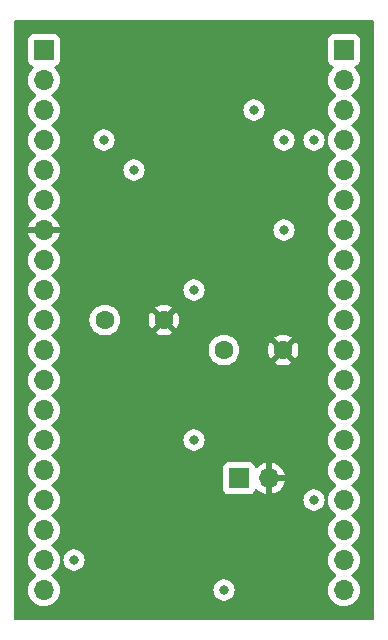
<source format=gbr>
%TF.GenerationSoftware,KiCad,Pcbnew,7.0.9-7.0.9~ubuntu22.04.1*%
%TF.CreationDate,2023-12-11T18:25:33-06:00*%
%TF.ProjectId,ultrasonic_microphone,756c7472-6173-46f6-9e69-635f6d696372,rev?*%
%TF.SameCoordinates,Original*%
%TF.FileFunction,Copper,L2,Inr*%
%TF.FilePolarity,Positive*%
%FSLAX46Y46*%
G04 Gerber Fmt 4.6, Leading zero omitted, Abs format (unit mm)*
G04 Created by KiCad (PCBNEW 7.0.9-7.0.9~ubuntu22.04.1) date 2023-12-11 18:25:33*
%MOMM*%
%LPD*%
G01*
G04 APERTURE LIST*
%TA.AperFunction,ComponentPad*%
%ADD10C,1.600000*%
%TD*%
%TA.AperFunction,ComponentPad*%
%ADD11R,1.700000X1.700000*%
%TD*%
%TA.AperFunction,ComponentPad*%
%ADD12O,1.700000X1.700000*%
%TD*%
%TA.AperFunction,ViaPad*%
%ADD13C,0.800000*%
%TD*%
G04 APERTURE END LIST*
D10*
%TO.N,GND*%
%TO.C,C13*%
X139700000Y-53340000D03*
%TO.N,Net-(U5-IN+)*%
X134700000Y-53340000D03*
%TD*%
%TO.N,GND*%
%TO.C,C14*%
X149780000Y-55880000D03*
%TO.N,Net-(U5-IN-)*%
X144780000Y-55880000D03*
%TD*%
D11*
%TO.N,unconnected-(J2-GND-Pad1)*%
%TO.C,J2*%
X129540000Y-30480000D03*
D12*
%TO.N,unconnected-(J2-P23-Pad2)*%
X129540000Y-33020000D03*
%TO.N,unconnected-(J2-P22-Pad3)*%
X129540000Y-35560000D03*
%TO.N,unconnected-(J2-TX-Pad4)*%
X129540000Y-38100000D03*
%TO.N,unconnected-(J2-RX-Pad5)*%
X129540000Y-40640000D03*
%TO.N,unconnected-(J2-P21-Pad6)*%
X129540000Y-43180000D03*
%TO.N,GND*%
X129540000Y-45720000D03*
%TO.N,SDOA*%
X129540000Y-48260000D03*
%TO.N,SCKA*%
X129540000Y-50800000D03*
%TO.N,unconnected-(J2-P5-Pad10)*%
X129540000Y-53340000D03*
%TO.N,unconnected-(J2-P17-Pad11)*%
X129540000Y-55880000D03*
%TO.N,unconnected-(J2-P16-Pad12)*%
X129540000Y-58420000D03*
%TO.N,+2V5*%
X129540000Y-60960000D03*
%TO.N,MCLK*%
X129540000Y-63500000D03*
%TO.N,unconnected-(J2-P2-Pad15)*%
X129540000Y-66040000D03*
%TO.N,unconnected-(J2-P15-Pad16)*%
X129540000Y-68580000D03*
%TO.N,unconnected-(J2-SD1-Pad17)*%
X129540000Y-71120000D03*
%TO.N,unconnected-(J2-SD0-Pad18)*%
X129540000Y-73660000D03*
%TO.N,unconnected-(J2-CLK-Pad19)*%
X129540000Y-76200000D03*
%TD*%
D11*
%TO.N,Net-(J3-Output)*%
%TO.C,J3*%
X146045000Y-66745000D03*
D12*
%TO.N,GND*%
X148585000Y-66745000D03*
%TD*%
D11*
%TO.N,+3.3V*%
%TO.C,J1*%
X154940000Y-30480000D03*
D12*
%TO.N,unconnected-(J1-EN-Pad2)*%
X154940000Y-33020000D03*
%TO.N,BUSY*%
X154940000Y-35560000D03*
%TO.N,DRL*%
X154940000Y-38100000D03*
%TO.N,SYNC*%
X154940000Y-40640000D03*
%TO.N,SEL1*%
X154940000Y-43180000D03*
%TO.N,SEL0*%
X154940000Y-45720000D03*
%TO.N,REF*%
X154940000Y-48260000D03*
%TO.N,unconnected-(J1-P25-Pad9)*%
X154940000Y-50800000D03*
%TO.N,AMP_OUT*%
X154940000Y-53340000D03*
%TO.N,VGND*%
X154940000Y-55880000D03*
%TO.N,G2*%
X154940000Y-58420000D03*
%TO.N,G1*%
X154940000Y-60960000D03*
%TO.N,unconnected-(J1-GND-Pad14)*%
X154940000Y-63500000D03*
%TO.N,G0*%
X154940000Y-66040000D03*
%TO.N,unconnected-(J1-SD2-Pad16)*%
X154940000Y-68580000D03*
%TO.N,unconnected-(J1-SD3-Pad17)*%
X154940000Y-71120000D03*
%TO.N,unconnected-(J1-CMD-Pad18)*%
X154940000Y-73660000D03*
%TO.N,+5V*%
X154940000Y-76200000D03*
%TD*%
D13*
%TO.N,+5V*%
X147320000Y-35560000D03*
X134620000Y-38100000D03*
%TO.N,+3.3V*%
X142240000Y-63500000D03*
X152400000Y-68580000D03*
%TO.N,REF*%
X132080000Y-73660000D03*
%TO.N,+2V5*%
X137160000Y-40640000D03*
%TO.N,Net-(C10-Pad1)*%
X144780000Y-76200000D03*
%TO.N,REF*%
X142240000Y-50800000D03*
%TO.N,MCLK*%
X149860000Y-45720000D03*
%TO.N,SDOA*%
X152400000Y-38100000D03*
%TO.N,SCKA*%
X149860000Y-38100000D03*
%TO.N,GND*%
X132080000Y-76200000D03*
X142240000Y-38100000D03*
X132080000Y-66040000D03*
%TD*%
%TA.AperFunction,Conductor*%
%TO.N,GND*%
G36*
X157422539Y-27960185D02*
G01*
X157468294Y-28012989D01*
X157479500Y-28064500D01*
X157479500Y-78615500D01*
X157459815Y-78682539D01*
X157407011Y-78728294D01*
X157355500Y-78739500D01*
X127124500Y-78739500D01*
X127057461Y-78719815D01*
X127011706Y-78667011D01*
X127000500Y-78615500D01*
X127000500Y-76200000D01*
X128184341Y-76200000D01*
X128204936Y-76435403D01*
X128204938Y-76435413D01*
X128266094Y-76663655D01*
X128266096Y-76663659D01*
X128266097Y-76663663D01*
X128298063Y-76732214D01*
X128365965Y-76877830D01*
X128365967Y-76877834D01*
X128440412Y-76984151D01*
X128501505Y-77071401D01*
X128668599Y-77238495D01*
X128765384Y-77306265D01*
X128862165Y-77374032D01*
X128862167Y-77374033D01*
X128862170Y-77374035D01*
X129076337Y-77473903D01*
X129304592Y-77535063D01*
X129492918Y-77551539D01*
X129539999Y-77555659D01*
X129540000Y-77555659D01*
X129540001Y-77555659D01*
X129579234Y-77552226D01*
X129775408Y-77535063D01*
X130003663Y-77473903D01*
X130217830Y-77374035D01*
X130411401Y-77238495D01*
X130578495Y-77071401D01*
X130714035Y-76877830D01*
X130813903Y-76663663D01*
X130875063Y-76435408D01*
X130895659Y-76200000D01*
X143874540Y-76200000D01*
X143894326Y-76388256D01*
X143894327Y-76388259D01*
X143952818Y-76568277D01*
X143952821Y-76568284D01*
X144047467Y-76732216D01*
X144174129Y-76872888D01*
X144327265Y-76984148D01*
X144327270Y-76984151D01*
X144500192Y-77061142D01*
X144500197Y-77061144D01*
X144685354Y-77100500D01*
X144685355Y-77100500D01*
X144874644Y-77100500D01*
X144874646Y-77100500D01*
X145059803Y-77061144D01*
X145232730Y-76984151D01*
X145385871Y-76872888D01*
X145512533Y-76732216D01*
X145607179Y-76568284D01*
X145665674Y-76388256D01*
X145685460Y-76200000D01*
X153584341Y-76200000D01*
X153604936Y-76435403D01*
X153604938Y-76435413D01*
X153666094Y-76663655D01*
X153666096Y-76663659D01*
X153666097Y-76663663D01*
X153698063Y-76732214D01*
X153765965Y-76877830D01*
X153765967Y-76877834D01*
X153840412Y-76984151D01*
X153901505Y-77071401D01*
X154068599Y-77238495D01*
X154165384Y-77306265D01*
X154262165Y-77374032D01*
X154262167Y-77374033D01*
X154262170Y-77374035D01*
X154476337Y-77473903D01*
X154704592Y-77535063D01*
X154892918Y-77551539D01*
X154939999Y-77555659D01*
X154940000Y-77555659D01*
X154940001Y-77555659D01*
X154979234Y-77552226D01*
X155175408Y-77535063D01*
X155403663Y-77473903D01*
X155617830Y-77374035D01*
X155811401Y-77238495D01*
X155978495Y-77071401D01*
X156114035Y-76877830D01*
X156213903Y-76663663D01*
X156275063Y-76435408D01*
X156295659Y-76200000D01*
X156275063Y-75964592D01*
X156213903Y-75736337D01*
X156114035Y-75522171D01*
X156039590Y-75415851D01*
X155978494Y-75328597D01*
X155811402Y-75161506D01*
X155811396Y-75161501D01*
X155625842Y-75031575D01*
X155582217Y-74976998D01*
X155575023Y-74907500D01*
X155606546Y-74845145D01*
X155625842Y-74828425D01*
X155648026Y-74812891D01*
X155811401Y-74698495D01*
X155978495Y-74531401D01*
X156114035Y-74337830D01*
X156213903Y-74123663D01*
X156275063Y-73895408D01*
X156295659Y-73660000D01*
X156275063Y-73424592D01*
X156213903Y-73196337D01*
X156114035Y-72982171D01*
X156039590Y-72875851D01*
X155978494Y-72788597D01*
X155811402Y-72621506D01*
X155811396Y-72621501D01*
X155625842Y-72491575D01*
X155582217Y-72436998D01*
X155575023Y-72367500D01*
X155606546Y-72305145D01*
X155625842Y-72288425D01*
X155648026Y-72272891D01*
X155811401Y-72158495D01*
X155978495Y-71991401D01*
X156114035Y-71797830D01*
X156213903Y-71583663D01*
X156275063Y-71355408D01*
X156295659Y-71120000D01*
X156275063Y-70884592D01*
X156213903Y-70656337D01*
X156114035Y-70442171D01*
X155978495Y-70248599D01*
X155978494Y-70248597D01*
X155811402Y-70081506D01*
X155811396Y-70081501D01*
X155625842Y-69951575D01*
X155582217Y-69896998D01*
X155575023Y-69827500D01*
X155606546Y-69765145D01*
X155625842Y-69748425D01*
X155648026Y-69732891D01*
X155811401Y-69618495D01*
X155978495Y-69451401D01*
X156114035Y-69257830D01*
X156213903Y-69043663D01*
X156275063Y-68815408D01*
X156295659Y-68580000D01*
X156275063Y-68344592D01*
X156213903Y-68116337D01*
X156114035Y-67902171D01*
X156068631Y-67837326D01*
X155978494Y-67708597D01*
X155811402Y-67541506D01*
X155811396Y-67541501D01*
X155625842Y-67411575D01*
X155582217Y-67356998D01*
X155575023Y-67287500D01*
X155606546Y-67225145D01*
X155625842Y-67208425D01*
X155680787Y-67169952D01*
X155811401Y-67078495D01*
X155978495Y-66911401D01*
X156114035Y-66717830D01*
X156213903Y-66503663D01*
X156275063Y-66275408D01*
X156295659Y-66040000D01*
X156275063Y-65804592D01*
X156213903Y-65576337D01*
X156114035Y-65362171D01*
X155978495Y-65168599D01*
X155978494Y-65168597D01*
X155811402Y-65001506D01*
X155811396Y-65001501D01*
X155625842Y-64871575D01*
X155582217Y-64816998D01*
X155575023Y-64747500D01*
X155606546Y-64685145D01*
X155625842Y-64668425D01*
X155648026Y-64652891D01*
X155811401Y-64538495D01*
X155978495Y-64371401D01*
X156114035Y-64177830D01*
X156213903Y-63963663D01*
X156275063Y-63735408D01*
X156295659Y-63500000D01*
X156275063Y-63264592D01*
X156213903Y-63036337D01*
X156114035Y-62822171D01*
X156039590Y-62715851D01*
X155978494Y-62628597D01*
X155811402Y-62461506D01*
X155811396Y-62461501D01*
X155625842Y-62331575D01*
X155582217Y-62276998D01*
X155575023Y-62207500D01*
X155606546Y-62145145D01*
X155625842Y-62128425D01*
X155648026Y-62112891D01*
X155811401Y-61998495D01*
X155978495Y-61831401D01*
X156114035Y-61637830D01*
X156213903Y-61423663D01*
X156275063Y-61195408D01*
X156295659Y-60960000D01*
X156275063Y-60724592D01*
X156213903Y-60496337D01*
X156114035Y-60282171D01*
X155978495Y-60088599D01*
X155978494Y-60088597D01*
X155811402Y-59921506D01*
X155811396Y-59921501D01*
X155625842Y-59791575D01*
X155582217Y-59736998D01*
X155575023Y-59667500D01*
X155606546Y-59605145D01*
X155625842Y-59588425D01*
X155648026Y-59572891D01*
X155811401Y-59458495D01*
X155978495Y-59291401D01*
X156114035Y-59097830D01*
X156213903Y-58883663D01*
X156275063Y-58655408D01*
X156295659Y-58420000D01*
X156275063Y-58184592D01*
X156213903Y-57956337D01*
X156114035Y-57742171D01*
X155978495Y-57548599D01*
X155978494Y-57548597D01*
X155811402Y-57381506D01*
X155811396Y-57381501D01*
X155625842Y-57251575D01*
X155582217Y-57196998D01*
X155575023Y-57127500D01*
X155606546Y-57065145D01*
X155625842Y-57048425D01*
X155680531Y-57010131D01*
X155811401Y-56918495D01*
X155978495Y-56751401D01*
X156114035Y-56557830D01*
X156213903Y-56343663D01*
X156275063Y-56115408D01*
X156295659Y-55880000D01*
X156275063Y-55644592D01*
X156213903Y-55416337D01*
X156114035Y-55202171D01*
X156080675Y-55154527D01*
X155978494Y-55008597D01*
X155811402Y-54841506D01*
X155811396Y-54841501D01*
X155625842Y-54711575D01*
X155582217Y-54656998D01*
X155575023Y-54587500D01*
X155606546Y-54525145D01*
X155625842Y-54508425D01*
X155680531Y-54470131D01*
X155811401Y-54378495D01*
X155978495Y-54211401D01*
X156114035Y-54017830D01*
X156213903Y-53803663D01*
X156275063Y-53575408D01*
X156295659Y-53340000D01*
X156275063Y-53104592D01*
X156213903Y-52876337D01*
X156114035Y-52662171D01*
X156080675Y-52614527D01*
X155978494Y-52468597D01*
X155811402Y-52301506D01*
X155811396Y-52301501D01*
X155625842Y-52171575D01*
X155582217Y-52116998D01*
X155575023Y-52047500D01*
X155606546Y-51985145D01*
X155625842Y-51968425D01*
X155648026Y-51952891D01*
X155811401Y-51838495D01*
X155978495Y-51671401D01*
X156114035Y-51477830D01*
X156213903Y-51263663D01*
X156275063Y-51035408D01*
X156295659Y-50800000D01*
X156275063Y-50564592D01*
X156213903Y-50336337D01*
X156114035Y-50122171D01*
X156039590Y-50015851D01*
X155978494Y-49928597D01*
X155811402Y-49761506D01*
X155811396Y-49761501D01*
X155625842Y-49631575D01*
X155582217Y-49576998D01*
X155575023Y-49507500D01*
X155606546Y-49445145D01*
X155625842Y-49428425D01*
X155648026Y-49412891D01*
X155811401Y-49298495D01*
X155978495Y-49131401D01*
X156114035Y-48937830D01*
X156213903Y-48723663D01*
X156275063Y-48495408D01*
X156295659Y-48260000D01*
X156275063Y-48024592D01*
X156213903Y-47796337D01*
X156114035Y-47582171D01*
X155978495Y-47388599D01*
X155978494Y-47388597D01*
X155811402Y-47221506D01*
X155811396Y-47221501D01*
X155625842Y-47091575D01*
X155582217Y-47036998D01*
X155575023Y-46967500D01*
X155606546Y-46905145D01*
X155625842Y-46888425D01*
X155648026Y-46872891D01*
X155811401Y-46758495D01*
X155978495Y-46591401D01*
X156114035Y-46397830D01*
X156213903Y-46183663D01*
X156275063Y-45955408D01*
X156295659Y-45720000D01*
X156275063Y-45484592D01*
X156213903Y-45256337D01*
X156114035Y-45042171D01*
X156039590Y-44935851D01*
X155978494Y-44848597D01*
X155811402Y-44681506D01*
X155811396Y-44681501D01*
X155625842Y-44551575D01*
X155582217Y-44496998D01*
X155575023Y-44427500D01*
X155606546Y-44365145D01*
X155625842Y-44348425D01*
X155648026Y-44332891D01*
X155811401Y-44218495D01*
X155978495Y-44051401D01*
X156114035Y-43857830D01*
X156213903Y-43643663D01*
X156275063Y-43415408D01*
X156295659Y-43180000D01*
X156275063Y-42944592D01*
X156213903Y-42716337D01*
X156114035Y-42502171D01*
X155978495Y-42308599D01*
X155978494Y-42308597D01*
X155811402Y-42141506D01*
X155811396Y-42141501D01*
X155625842Y-42011575D01*
X155582217Y-41956998D01*
X155575023Y-41887500D01*
X155606546Y-41825145D01*
X155625842Y-41808425D01*
X155648026Y-41792891D01*
X155811401Y-41678495D01*
X155978495Y-41511401D01*
X156114035Y-41317830D01*
X156213903Y-41103663D01*
X156275063Y-40875408D01*
X156295659Y-40640000D01*
X156275063Y-40404592D01*
X156213903Y-40176337D01*
X156114035Y-39962171D01*
X156039590Y-39855851D01*
X155978494Y-39768597D01*
X155811402Y-39601506D01*
X155811396Y-39601501D01*
X155625842Y-39471575D01*
X155582217Y-39416998D01*
X155575023Y-39347500D01*
X155606546Y-39285145D01*
X155625842Y-39268425D01*
X155648026Y-39252891D01*
X155811401Y-39138495D01*
X155978495Y-38971401D01*
X156114035Y-38777830D01*
X156213903Y-38563663D01*
X156275063Y-38335408D01*
X156295659Y-38100000D01*
X156275063Y-37864592D01*
X156213903Y-37636337D01*
X156114035Y-37422171D01*
X156039590Y-37315851D01*
X155978494Y-37228597D01*
X155811402Y-37061506D01*
X155811396Y-37061501D01*
X155625842Y-36931575D01*
X155582217Y-36876998D01*
X155575023Y-36807500D01*
X155606546Y-36745145D01*
X155625842Y-36728425D01*
X155648026Y-36712891D01*
X155811401Y-36598495D01*
X155978495Y-36431401D01*
X156114035Y-36237830D01*
X156213903Y-36023663D01*
X156275063Y-35795408D01*
X156295659Y-35560000D01*
X156275063Y-35324592D01*
X156213903Y-35096337D01*
X156114035Y-34882171D01*
X156039590Y-34775851D01*
X155978494Y-34688597D01*
X155811402Y-34521506D01*
X155811396Y-34521501D01*
X155625842Y-34391575D01*
X155582217Y-34336998D01*
X155575023Y-34267500D01*
X155606546Y-34205145D01*
X155625842Y-34188425D01*
X155648026Y-34172891D01*
X155811401Y-34058495D01*
X155978495Y-33891401D01*
X156114035Y-33697830D01*
X156213903Y-33483663D01*
X156275063Y-33255408D01*
X156295659Y-33020000D01*
X156275063Y-32784592D01*
X156213903Y-32556337D01*
X156114035Y-32342171D01*
X155978495Y-32148599D01*
X155856567Y-32026671D01*
X155823084Y-31965351D01*
X155828068Y-31895659D01*
X155869939Y-31839725D01*
X155900915Y-31822810D01*
X156032331Y-31773796D01*
X156147546Y-31687546D01*
X156233796Y-31572331D01*
X156284091Y-31437483D01*
X156290500Y-31377873D01*
X156290499Y-29582128D01*
X156284091Y-29522517D01*
X156233796Y-29387669D01*
X156233795Y-29387668D01*
X156233793Y-29387664D01*
X156147547Y-29272455D01*
X156147544Y-29272452D01*
X156032335Y-29186206D01*
X156032328Y-29186202D01*
X155897482Y-29135908D01*
X155897483Y-29135908D01*
X155837883Y-29129501D01*
X155837881Y-29129500D01*
X155837873Y-29129500D01*
X155837864Y-29129500D01*
X154042129Y-29129500D01*
X154042123Y-29129501D01*
X153982516Y-29135908D01*
X153847671Y-29186202D01*
X153847664Y-29186206D01*
X153732455Y-29272452D01*
X153732452Y-29272455D01*
X153646206Y-29387664D01*
X153646202Y-29387671D01*
X153595908Y-29522517D01*
X153589501Y-29582116D01*
X153589501Y-29582123D01*
X153589500Y-29582135D01*
X153589500Y-31377870D01*
X153589501Y-31377876D01*
X153595908Y-31437483D01*
X153646202Y-31572328D01*
X153646206Y-31572335D01*
X153732452Y-31687544D01*
X153732455Y-31687547D01*
X153847664Y-31773793D01*
X153847671Y-31773797D01*
X153979081Y-31822810D01*
X154035015Y-31864681D01*
X154059432Y-31930145D01*
X154044580Y-31998418D01*
X154023430Y-32026673D01*
X153901503Y-32148600D01*
X153765965Y-32342169D01*
X153765964Y-32342171D01*
X153666098Y-32556335D01*
X153666094Y-32556344D01*
X153604938Y-32784586D01*
X153604936Y-32784596D01*
X153584341Y-33019999D01*
X153584341Y-33020000D01*
X153604936Y-33255403D01*
X153604938Y-33255413D01*
X153666094Y-33483655D01*
X153666096Y-33483659D01*
X153666097Y-33483663D01*
X153765965Y-33697830D01*
X153765967Y-33697834D01*
X153901501Y-33891395D01*
X153901506Y-33891402D01*
X154068597Y-34058493D01*
X154068603Y-34058498D01*
X154254158Y-34188425D01*
X154297783Y-34243002D01*
X154304977Y-34312500D01*
X154273454Y-34374855D01*
X154254158Y-34391575D01*
X154068597Y-34521505D01*
X153901505Y-34688597D01*
X153765965Y-34882169D01*
X153765964Y-34882171D01*
X153666098Y-35096335D01*
X153666094Y-35096344D01*
X153604938Y-35324586D01*
X153604936Y-35324596D01*
X153584341Y-35559999D01*
X153584341Y-35560000D01*
X153604936Y-35795403D01*
X153604938Y-35795413D01*
X153666094Y-36023655D01*
X153666096Y-36023659D01*
X153666097Y-36023663D01*
X153698063Y-36092214D01*
X153765965Y-36237830D01*
X153765967Y-36237834D01*
X153901501Y-36431395D01*
X153901506Y-36431402D01*
X154068597Y-36598493D01*
X154068603Y-36598498D01*
X154254158Y-36728425D01*
X154297783Y-36783002D01*
X154304977Y-36852500D01*
X154273454Y-36914855D01*
X154254158Y-36931575D01*
X154068597Y-37061505D01*
X153901505Y-37228597D01*
X153765965Y-37422169D01*
X153765964Y-37422171D01*
X153666098Y-37636335D01*
X153666094Y-37636344D01*
X153604938Y-37864586D01*
X153604936Y-37864596D01*
X153584341Y-38099999D01*
X153584341Y-38100000D01*
X153604936Y-38335403D01*
X153604938Y-38335413D01*
X153666094Y-38563655D01*
X153666096Y-38563659D01*
X153666097Y-38563663D01*
X153698063Y-38632214D01*
X153765965Y-38777830D01*
X153765967Y-38777834D01*
X153901501Y-38971395D01*
X153901506Y-38971402D01*
X154068597Y-39138493D01*
X154068603Y-39138498D01*
X154254158Y-39268425D01*
X154297783Y-39323002D01*
X154304977Y-39392500D01*
X154273454Y-39454855D01*
X154254158Y-39471575D01*
X154068597Y-39601505D01*
X153901505Y-39768597D01*
X153765965Y-39962169D01*
X153765964Y-39962171D01*
X153666098Y-40176335D01*
X153666094Y-40176344D01*
X153604938Y-40404586D01*
X153604936Y-40404596D01*
X153584341Y-40639999D01*
X153584341Y-40640000D01*
X153604936Y-40875403D01*
X153604938Y-40875413D01*
X153666094Y-41103655D01*
X153666096Y-41103659D01*
X153666097Y-41103663D01*
X153698063Y-41172214D01*
X153765965Y-41317830D01*
X153765967Y-41317834D01*
X153901501Y-41511395D01*
X153901506Y-41511402D01*
X154068597Y-41678493D01*
X154068603Y-41678498D01*
X154254158Y-41808425D01*
X154297783Y-41863002D01*
X154304977Y-41932500D01*
X154273454Y-41994855D01*
X154254158Y-42011575D01*
X154068597Y-42141505D01*
X153901505Y-42308597D01*
X153765965Y-42502169D01*
X153765964Y-42502171D01*
X153666098Y-42716335D01*
X153666094Y-42716344D01*
X153604938Y-42944586D01*
X153604936Y-42944596D01*
X153584341Y-43179999D01*
X153584341Y-43180000D01*
X153604936Y-43415403D01*
X153604938Y-43415413D01*
X153666094Y-43643655D01*
X153666096Y-43643659D01*
X153666097Y-43643663D01*
X153765965Y-43857830D01*
X153765967Y-43857834D01*
X153901501Y-44051395D01*
X153901506Y-44051402D01*
X154068597Y-44218493D01*
X154068603Y-44218498D01*
X154254158Y-44348425D01*
X154297783Y-44403002D01*
X154304977Y-44472500D01*
X154273454Y-44534855D01*
X154254158Y-44551575D01*
X154068597Y-44681505D01*
X153901505Y-44848597D01*
X153765965Y-45042169D01*
X153765964Y-45042171D01*
X153666098Y-45256335D01*
X153666094Y-45256344D01*
X153604938Y-45484586D01*
X153604936Y-45484596D01*
X153584341Y-45719999D01*
X153584341Y-45720000D01*
X153604936Y-45955403D01*
X153604938Y-45955413D01*
X153666094Y-46183655D01*
X153666096Y-46183659D01*
X153666097Y-46183663D01*
X153698063Y-46252214D01*
X153765965Y-46397830D01*
X153765967Y-46397834D01*
X153901501Y-46591395D01*
X153901506Y-46591402D01*
X154068597Y-46758493D01*
X154068603Y-46758498D01*
X154254158Y-46888425D01*
X154297783Y-46943002D01*
X154304977Y-47012500D01*
X154273454Y-47074855D01*
X154254158Y-47091575D01*
X154068597Y-47221505D01*
X153901505Y-47388597D01*
X153765965Y-47582169D01*
X153765964Y-47582171D01*
X153666098Y-47796335D01*
X153666094Y-47796344D01*
X153604938Y-48024586D01*
X153604936Y-48024596D01*
X153584341Y-48259999D01*
X153584341Y-48260000D01*
X153604936Y-48495403D01*
X153604938Y-48495413D01*
X153666094Y-48723655D01*
X153666096Y-48723659D01*
X153666097Y-48723663D01*
X153765965Y-48937830D01*
X153765967Y-48937834D01*
X153901501Y-49131395D01*
X153901506Y-49131402D01*
X154068597Y-49298493D01*
X154068603Y-49298498D01*
X154254158Y-49428425D01*
X154297783Y-49483002D01*
X154304977Y-49552500D01*
X154273454Y-49614855D01*
X154254158Y-49631575D01*
X154068597Y-49761505D01*
X153901505Y-49928597D01*
X153765965Y-50122169D01*
X153765964Y-50122171D01*
X153666098Y-50336335D01*
X153666094Y-50336344D01*
X153604938Y-50564586D01*
X153604936Y-50564596D01*
X153584341Y-50799999D01*
X153584341Y-50800000D01*
X153604936Y-51035403D01*
X153604938Y-51035413D01*
X153666094Y-51263655D01*
X153666096Y-51263659D01*
X153666097Y-51263663D01*
X153698063Y-51332214D01*
X153765965Y-51477830D01*
X153765967Y-51477834D01*
X153901501Y-51671395D01*
X153901506Y-51671402D01*
X154068597Y-51838493D01*
X154068603Y-51838498D01*
X154254158Y-51968425D01*
X154297783Y-52023002D01*
X154304977Y-52092500D01*
X154273454Y-52154855D01*
X154254158Y-52171575D01*
X154068597Y-52301505D01*
X153901505Y-52468597D01*
X153765965Y-52662169D01*
X153765964Y-52662171D01*
X153666098Y-52876335D01*
X153666094Y-52876344D01*
X153604938Y-53104586D01*
X153604936Y-53104596D01*
X153584341Y-53339999D01*
X153584341Y-53340000D01*
X153604936Y-53575403D01*
X153604938Y-53575413D01*
X153666094Y-53803655D01*
X153666096Y-53803659D01*
X153666097Y-53803663D01*
X153754262Y-53992732D01*
X153765965Y-54017830D01*
X153765967Y-54017834D01*
X153901501Y-54211395D01*
X153901506Y-54211402D01*
X154068597Y-54378493D01*
X154068603Y-54378498D01*
X154254158Y-54508425D01*
X154297783Y-54563002D01*
X154304977Y-54632500D01*
X154273454Y-54694855D01*
X154254158Y-54711575D01*
X154068597Y-54841505D01*
X153901505Y-55008597D01*
X153765965Y-55202169D01*
X153765964Y-55202171D01*
X153666098Y-55416335D01*
X153666094Y-55416344D01*
X153604938Y-55644586D01*
X153604936Y-55644596D01*
X153584341Y-55879999D01*
X153584341Y-55880000D01*
X153604936Y-56115403D01*
X153604938Y-56115413D01*
X153666094Y-56343655D01*
X153666096Y-56343659D01*
X153666097Y-56343663D01*
X153754262Y-56532732D01*
X153765965Y-56557830D01*
X153765967Y-56557834D01*
X153901501Y-56751395D01*
X153901506Y-56751402D01*
X154068597Y-56918493D01*
X154068603Y-56918498D01*
X154254158Y-57048425D01*
X154297783Y-57103002D01*
X154304977Y-57172500D01*
X154273454Y-57234855D01*
X154254158Y-57251575D01*
X154068597Y-57381505D01*
X153901505Y-57548597D01*
X153765965Y-57742169D01*
X153765964Y-57742171D01*
X153666098Y-57956335D01*
X153666094Y-57956344D01*
X153604938Y-58184586D01*
X153604936Y-58184596D01*
X153584341Y-58419999D01*
X153584341Y-58420000D01*
X153604936Y-58655403D01*
X153604938Y-58655413D01*
X153666094Y-58883655D01*
X153666096Y-58883659D01*
X153666097Y-58883663D01*
X153765965Y-59097830D01*
X153765967Y-59097834D01*
X153901501Y-59291395D01*
X153901506Y-59291402D01*
X154068597Y-59458493D01*
X154068603Y-59458498D01*
X154254158Y-59588425D01*
X154297783Y-59643002D01*
X154304977Y-59712500D01*
X154273454Y-59774855D01*
X154254158Y-59791575D01*
X154068597Y-59921505D01*
X153901505Y-60088597D01*
X153765965Y-60282169D01*
X153765964Y-60282171D01*
X153666098Y-60496335D01*
X153666094Y-60496344D01*
X153604938Y-60724586D01*
X153604936Y-60724596D01*
X153584341Y-60959999D01*
X153584341Y-60960000D01*
X153604936Y-61195403D01*
X153604938Y-61195413D01*
X153666094Y-61423655D01*
X153666096Y-61423659D01*
X153666097Y-61423663D01*
X153765965Y-61637830D01*
X153765967Y-61637834D01*
X153901501Y-61831395D01*
X153901506Y-61831402D01*
X154068597Y-61998493D01*
X154068603Y-61998498D01*
X154254158Y-62128425D01*
X154297783Y-62183002D01*
X154304977Y-62252500D01*
X154273454Y-62314855D01*
X154254158Y-62331575D01*
X154068597Y-62461505D01*
X153901505Y-62628597D01*
X153765965Y-62822169D01*
X153765964Y-62822171D01*
X153666098Y-63036335D01*
X153666094Y-63036344D01*
X153604938Y-63264586D01*
X153604936Y-63264596D01*
X153584341Y-63499999D01*
X153584341Y-63500000D01*
X153604936Y-63735403D01*
X153604938Y-63735413D01*
X153666094Y-63963655D01*
X153666096Y-63963659D01*
X153666097Y-63963663D01*
X153698063Y-64032214D01*
X153765965Y-64177830D01*
X153765967Y-64177834D01*
X153901501Y-64371395D01*
X153901506Y-64371402D01*
X154068597Y-64538493D01*
X154068603Y-64538498D01*
X154254158Y-64668425D01*
X154297783Y-64723002D01*
X154304977Y-64792500D01*
X154273454Y-64854855D01*
X154254158Y-64871575D01*
X154068597Y-65001505D01*
X153901505Y-65168597D01*
X153765965Y-65362169D01*
X153765964Y-65362171D01*
X153666098Y-65576335D01*
X153666094Y-65576344D01*
X153604938Y-65804586D01*
X153604936Y-65804596D01*
X153584341Y-66039999D01*
X153584341Y-66040000D01*
X153604936Y-66275403D01*
X153604938Y-66275413D01*
X153666094Y-66503655D01*
X153666096Y-66503659D01*
X153666097Y-66503663D01*
X153745112Y-66673111D01*
X153765965Y-66717830D01*
X153765967Y-66717834D01*
X153901501Y-66911395D01*
X153901506Y-66911402D01*
X154068597Y-67078493D01*
X154068603Y-67078498D01*
X154254158Y-67208425D01*
X154297783Y-67263002D01*
X154304977Y-67332500D01*
X154273454Y-67394855D01*
X154254158Y-67411575D01*
X154068597Y-67541505D01*
X153901505Y-67708597D01*
X153765965Y-67902169D01*
X153765964Y-67902171D01*
X153666098Y-68116335D01*
X153666094Y-68116344D01*
X153604938Y-68344586D01*
X153604936Y-68344596D01*
X153584341Y-68579999D01*
X153584341Y-68580000D01*
X153604936Y-68815403D01*
X153604938Y-68815413D01*
X153666094Y-69043655D01*
X153666096Y-69043659D01*
X153666097Y-69043663D01*
X153698063Y-69112214D01*
X153765965Y-69257830D01*
X153765967Y-69257834D01*
X153901501Y-69451395D01*
X153901506Y-69451402D01*
X154068597Y-69618493D01*
X154068603Y-69618498D01*
X154254158Y-69748425D01*
X154297783Y-69803002D01*
X154304977Y-69872500D01*
X154273454Y-69934855D01*
X154254158Y-69951575D01*
X154068597Y-70081505D01*
X153901505Y-70248597D01*
X153765965Y-70442169D01*
X153765964Y-70442171D01*
X153666098Y-70656335D01*
X153666094Y-70656344D01*
X153604938Y-70884586D01*
X153604936Y-70884596D01*
X153584341Y-71119999D01*
X153584341Y-71120000D01*
X153604936Y-71355403D01*
X153604938Y-71355413D01*
X153666094Y-71583655D01*
X153666096Y-71583659D01*
X153666097Y-71583663D01*
X153765965Y-71797830D01*
X153765967Y-71797834D01*
X153901501Y-71991395D01*
X153901506Y-71991402D01*
X154068597Y-72158493D01*
X154068603Y-72158498D01*
X154254158Y-72288425D01*
X154297783Y-72343002D01*
X154304977Y-72412500D01*
X154273454Y-72474855D01*
X154254158Y-72491575D01*
X154068597Y-72621505D01*
X153901505Y-72788597D01*
X153765965Y-72982169D01*
X153765964Y-72982171D01*
X153666098Y-73196335D01*
X153666094Y-73196344D01*
X153604938Y-73424586D01*
X153604936Y-73424596D01*
X153584341Y-73659999D01*
X153584341Y-73660000D01*
X153604936Y-73895403D01*
X153604938Y-73895413D01*
X153666094Y-74123655D01*
X153666096Y-74123659D01*
X153666097Y-74123663D01*
X153698063Y-74192214D01*
X153765965Y-74337830D01*
X153765967Y-74337834D01*
X153901501Y-74531395D01*
X153901506Y-74531402D01*
X154068597Y-74698493D01*
X154068603Y-74698498D01*
X154254158Y-74828425D01*
X154297783Y-74883002D01*
X154304977Y-74952500D01*
X154273454Y-75014855D01*
X154254158Y-75031575D01*
X154068597Y-75161505D01*
X153901505Y-75328597D01*
X153765965Y-75522169D01*
X153765964Y-75522171D01*
X153666098Y-75736335D01*
X153666094Y-75736344D01*
X153604938Y-75964586D01*
X153604936Y-75964596D01*
X153584341Y-76199999D01*
X153584341Y-76200000D01*
X145685460Y-76200000D01*
X145665674Y-76011744D01*
X145607179Y-75831716D01*
X145512533Y-75667784D01*
X145385871Y-75527112D01*
X145385870Y-75527111D01*
X145232734Y-75415851D01*
X145232729Y-75415848D01*
X145059807Y-75338857D01*
X145059802Y-75338855D01*
X144914001Y-75307865D01*
X144874646Y-75299500D01*
X144685354Y-75299500D01*
X144652897Y-75306398D01*
X144500197Y-75338855D01*
X144500192Y-75338857D01*
X144327270Y-75415848D01*
X144327265Y-75415851D01*
X144174129Y-75527111D01*
X144047466Y-75667785D01*
X143952821Y-75831715D01*
X143952818Y-75831722D01*
X143909645Y-75964596D01*
X143894326Y-76011744D01*
X143874540Y-76200000D01*
X130895659Y-76200000D01*
X130875063Y-75964592D01*
X130813903Y-75736337D01*
X130714035Y-75522171D01*
X130639590Y-75415851D01*
X130578494Y-75328597D01*
X130411402Y-75161506D01*
X130411396Y-75161501D01*
X130225842Y-75031575D01*
X130182217Y-74976998D01*
X130175023Y-74907500D01*
X130206546Y-74845145D01*
X130225842Y-74828425D01*
X130248026Y-74812891D01*
X130411401Y-74698495D01*
X130578495Y-74531401D01*
X130714035Y-74337830D01*
X130813903Y-74123663D01*
X130875063Y-73895408D01*
X130895659Y-73660000D01*
X131174540Y-73660000D01*
X131194326Y-73848256D01*
X131194327Y-73848259D01*
X131252818Y-74028277D01*
X131252821Y-74028284D01*
X131347467Y-74192216D01*
X131474129Y-74332888D01*
X131627265Y-74444148D01*
X131627270Y-74444151D01*
X131800192Y-74521142D01*
X131800197Y-74521144D01*
X131985354Y-74560500D01*
X131985355Y-74560500D01*
X132174644Y-74560500D01*
X132174646Y-74560500D01*
X132359803Y-74521144D01*
X132532730Y-74444151D01*
X132685871Y-74332888D01*
X132812533Y-74192216D01*
X132907179Y-74028284D01*
X132965674Y-73848256D01*
X132985460Y-73660000D01*
X132965674Y-73471744D01*
X132907179Y-73291716D01*
X132812533Y-73127784D01*
X132685871Y-72987112D01*
X132685870Y-72987111D01*
X132532734Y-72875851D01*
X132532729Y-72875848D01*
X132359807Y-72798857D01*
X132359802Y-72798855D01*
X132214001Y-72767865D01*
X132174646Y-72759500D01*
X131985354Y-72759500D01*
X131952897Y-72766398D01*
X131800197Y-72798855D01*
X131800192Y-72798857D01*
X131627270Y-72875848D01*
X131627265Y-72875851D01*
X131474129Y-72987111D01*
X131347466Y-73127785D01*
X131252821Y-73291715D01*
X131252818Y-73291722D01*
X131209645Y-73424596D01*
X131194326Y-73471744D01*
X131174540Y-73660000D01*
X130895659Y-73660000D01*
X130875063Y-73424592D01*
X130813903Y-73196337D01*
X130714035Y-72982171D01*
X130639590Y-72875851D01*
X130578494Y-72788597D01*
X130411402Y-72621506D01*
X130411396Y-72621501D01*
X130225842Y-72491575D01*
X130182217Y-72436998D01*
X130175023Y-72367500D01*
X130206546Y-72305145D01*
X130225842Y-72288425D01*
X130248026Y-72272891D01*
X130411401Y-72158495D01*
X130578495Y-71991401D01*
X130714035Y-71797830D01*
X130813903Y-71583663D01*
X130875063Y-71355408D01*
X130895659Y-71120000D01*
X130875063Y-70884592D01*
X130813903Y-70656337D01*
X130714035Y-70442171D01*
X130578495Y-70248599D01*
X130578494Y-70248597D01*
X130411402Y-70081506D01*
X130411396Y-70081501D01*
X130225842Y-69951575D01*
X130182217Y-69896998D01*
X130175023Y-69827500D01*
X130206546Y-69765145D01*
X130225842Y-69748425D01*
X130248026Y-69732891D01*
X130411401Y-69618495D01*
X130578495Y-69451401D01*
X130714035Y-69257830D01*
X130813903Y-69043663D01*
X130875063Y-68815408D01*
X130895659Y-68580000D01*
X151494540Y-68580000D01*
X151514326Y-68768256D01*
X151514327Y-68768259D01*
X151572818Y-68948277D01*
X151572821Y-68948284D01*
X151667467Y-69112216D01*
X151794129Y-69252888D01*
X151947265Y-69364148D01*
X151947270Y-69364151D01*
X152120192Y-69441142D01*
X152120197Y-69441144D01*
X152305354Y-69480500D01*
X152305355Y-69480500D01*
X152494644Y-69480500D01*
X152494646Y-69480500D01*
X152679803Y-69441144D01*
X152852730Y-69364151D01*
X153005871Y-69252888D01*
X153132533Y-69112216D01*
X153227179Y-68948284D01*
X153285674Y-68768256D01*
X153305460Y-68580000D01*
X153285674Y-68391744D01*
X153227179Y-68211716D01*
X153132533Y-68047784D01*
X153005871Y-67907112D01*
X153005870Y-67907111D01*
X152852734Y-67795851D01*
X152852729Y-67795848D01*
X152679807Y-67718857D01*
X152679802Y-67718855D01*
X152534001Y-67687865D01*
X152494646Y-67679500D01*
X152305354Y-67679500D01*
X152272897Y-67686398D01*
X152120197Y-67718855D01*
X152120192Y-67718857D01*
X151947270Y-67795848D01*
X151947265Y-67795851D01*
X151794129Y-67907111D01*
X151667466Y-68047785D01*
X151572821Y-68211715D01*
X151572818Y-68211722D01*
X151529645Y-68344596D01*
X151514326Y-68391744D01*
X151494540Y-68580000D01*
X130895659Y-68580000D01*
X130875063Y-68344592D01*
X130813903Y-68116337D01*
X130714035Y-67902171D01*
X130668631Y-67837326D01*
X130578494Y-67708597D01*
X130512767Y-67642870D01*
X144694500Y-67642870D01*
X144694501Y-67642876D01*
X144700908Y-67702483D01*
X144751202Y-67837328D01*
X144751206Y-67837335D01*
X144837452Y-67952544D01*
X144837455Y-67952547D01*
X144952664Y-68038793D01*
X144952671Y-68038797D01*
X145087517Y-68089091D01*
X145087516Y-68089091D01*
X145094444Y-68089835D01*
X145147127Y-68095500D01*
X146942872Y-68095499D01*
X147002483Y-68089091D01*
X147137331Y-68038796D01*
X147252546Y-67952546D01*
X147338796Y-67837331D01*
X147388002Y-67705401D01*
X147429872Y-67649468D01*
X147495337Y-67625050D01*
X147563610Y-67639901D01*
X147591865Y-67661053D01*
X147713917Y-67783105D01*
X147907421Y-67918600D01*
X148121507Y-68018429D01*
X148121516Y-68018433D01*
X148335000Y-68075634D01*
X148335000Y-67180501D01*
X148442685Y-67229680D01*
X148549237Y-67245000D01*
X148620763Y-67245000D01*
X148727315Y-67229680D01*
X148835000Y-67180501D01*
X148835000Y-68075633D01*
X149048483Y-68018433D01*
X149048492Y-68018429D01*
X149262578Y-67918600D01*
X149456082Y-67783105D01*
X149623105Y-67616082D01*
X149758600Y-67422578D01*
X149858429Y-67208492D01*
X149858432Y-67208486D01*
X149915636Y-66995000D01*
X149018686Y-66995000D01*
X149044493Y-66954844D01*
X149085000Y-66816889D01*
X149085000Y-66673111D01*
X149044493Y-66535156D01*
X149018686Y-66495000D01*
X149915636Y-66495000D01*
X149915635Y-66494999D01*
X149858432Y-66281513D01*
X149858429Y-66281507D01*
X149758600Y-66067422D01*
X149758599Y-66067420D01*
X149623113Y-65873926D01*
X149623108Y-65873920D01*
X149456082Y-65706894D01*
X149262578Y-65571399D01*
X149048492Y-65471570D01*
X149048486Y-65471567D01*
X148835000Y-65414364D01*
X148835000Y-66309498D01*
X148727315Y-66260320D01*
X148620763Y-66245000D01*
X148549237Y-66245000D01*
X148442685Y-66260320D01*
X148335000Y-66309498D01*
X148335000Y-65414364D01*
X148334999Y-65414364D01*
X148121513Y-65471567D01*
X148121507Y-65471570D01*
X147907422Y-65571399D01*
X147907420Y-65571400D01*
X147713926Y-65706886D01*
X147591865Y-65828947D01*
X147530542Y-65862431D01*
X147460850Y-65857447D01*
X147404917Y-65815575D01*
X147388002Y-65784598D01*
X147338797Y-65652671D01*
X147338793Y-65652664D01*
X147252547Y-65537455D01*
X147252544Y-65537452D01*
X147137335Y-65451206D01*
X147137328Y-65451202D01*
X147002482Y-65400908D01*
X147002483Y-65400908D01*
X146942883Y-65394501D01*
X146942881Y-65394500D01*
X146942873Y-65394500D01*
X146942864Y-65394500D01*
X145147129Y-65394500D01*
X145147123Y-65394501D01*
X145087516Y-65400908D01*
X144952671Y-65451202D01*
X144952664Y-65451206D01*
X144837455Y-65537452D01*
X144837452Y-65537455D01*
X144751206Y-65652664D01*
X144751202Y-65652671D01*
X144700908Y-65787517D01*
X144694501Y-65847116D01*
X144694500Y-65847135D01*
X144694500Y-67642870D01*
X130512767Y-67642870D01*
X130411402Y-67541506D01*
X130411396Y-67541501D01*
X130225842Y-67411575D01*
X130182217Y-67356998D01*
X130175023Y-67287500D01*
X130206546Y-67225145D01*
X130225842Y-67208425D01*
X130280787Y-67169952D01*
X130411401Y-67078495D01*
X130578495Y-66911401D01*
X130714035Y-66717830D01*
X130813903Y-66503663D01*
X130875063Y-66275408D01*
X130895659Y-66040000D01*
X130875063Y-65804592D01*
X130813903Y-65576337D01*
X130714035Y-65362171D01*
X130578495Y-65168599D01*
X130578494Y-65168597D01*
X130411402Y-65001506D01*
X130411396Y-65001501D01*
X130225842Y-64871575D01*
X130182217Y-64816998D01*
X130175023Y-64747500D01*
X130206546Y-64685145D01*
X130225842Y-64668425D01*
X130248026Y-64652891D01*
X130411401Y-64538495D01*
X130578495Y-64371401D01*
X130714035Y-64177830D01*
X130813903Y-63963663D01*
X130875063Y-63735408D01*
X130895659Y-63500000D01*
X141334540Y-63500000D01*
X141354326Y-63688256D01*
X141354327Y-63688259D01*
X141412818Y-63868277D01*
X141412821Y-63868284D01*
X141507467Y-64032216D01*
X141634129Y-64172888D01*
X141787265Y-64284148D01*
X141787270Y-64284151D01*
X141960192Y-64361142D01*
X141960197Y-64361144D01*
X142145354Y-64400500D01*
X142145355Y-64400500D01*
X142334644Y-64400500D01*
X142334646Y-64400500D01*
X142519803Y-64361144D01*
X142692730Y-64284151D01*
X142845871Y-64172888D01*
X142972533Y-64032216D01*
X143067179Y-63868284D01*
X143125674Y-63688256D01*
X143145460Y-63500000D01*
X143125674Y-63311744D01*
X143067179Y-63131716D01*
X142972533Y-62967784D01*
X142845871Y-62827112D01*
X142845870Y-62827111D01*
X142692734Y-62715851D01*
X142692729Y-62715848D01*
X142519807Y-62638857D01*
X142519802Y-62638855D01*
X142374001Y-62607865D01*
X142334646Y-62599500D01*
X142145354Y-62599500D01*
X142112897Y-62606398D01*
X141960197Y-62638855D01*
X141960192Y-62638857D01*
X141787270Y-62715848D01*
X141787265Y-62715851D01*
X141634129Y-62827111D01*
X141507466Y-62967785D01*
X141412821Y-63131715D01*
X141412818Y-63131722D01*
X141369645Y-63264596D01*
X141354326Y-63311744D01*
X141334540Y-63500000D01*
X130895659Y-63500000D01*
X130875063Y-63264592D01*
X130813903Y-63036337D01*
X130714035Y-62822171D01*
X130639590Y-62715851D01*
X130578494Y-62628597D01*
X130411402Y-62461506D01*
X130411396Y-62461501D01*
X130225842Y-62331575D01*
X130182217Y-62276998D01*
X130175023Y-62207500D01*
X130206546Y-62145145D01*
X130225842Y-62128425D01*
X130248026Y-62112891D01*
X130411401Y-61998495D01*
X130578495Y-61831401D01*
X130714035Y-61637830D01*
X130813903Y-61423663D01*
X130875063Y-61195408D01*
X130895659Y-60960000D01*
X130875063Y-60724592D01*
X130813903Y-60496337D01*
X130714035Y-60282171D01*
X130578495Y-60088599D01*
X130578494Y-60088597D01*
X130411402Y-59921506D01*
X130411396Y-59921501D01*
X130225842Y-59791575D01*
X130182217Y-59736998D01*
X130175023Y-59667500D01*
X130206546Y-59605145D01*
X130225842Y-59588425D01*
X130248026Y-59572891D01*
X130411401Y-59458495D01*
X130578495Y-59291401D01*
X130714035Y-59097830D01*
X130813903Y-58883663D01*
X130875063Y-58655408D01*
X130895659Y-58420000D01*
X130875063Y-58184592D01*
X130813903Y-57956337D01*
X130714035Y-57742171D01*
X130578495Y-57548599D01*
X130578494Y-57548597D01*
X130411402Y-57381506D01*
X130411396Y-57381501D01*
X130225842Y-57251575D01*
X130182217Y-57196998D01*
X130175023Y-57127500D01*
X130206546Y-57065145D01*
X130225842Y-57048425D01*
X130280531Y-57010131D01*
X130411401Y-56918495D01*
X130578495Y-56751401D01*
X130714035Y-56557830D01*
X130813903Y-56343663D01*
X130875063Y-56115408D01*
X130895659Y-55880001D01*
X143474532Y-55880001D01*
X143494364Y-56106686D01*
X143494366Y-56106697D01*
X143553258Y-56326488D01*
X143553261Y-56326497D01*
X143649431Y-56532732D01*
X143649432Y-56532734D01*
X143779954Y-56719141D01*
X143940858Y-56880045D01*
X143940861Y-56880047D01*
X144127266Y-57010568D01*
X144333504Y-57106739D01*
X144553308Y-57165635D01*
X144715230Y-57179801D01*
X144779998Y-57185468D01*
X144780000Y-57185468D01*
X144780002Y-57185468D01*
X144836673Y-57180509D01*
X145006692Y-57165635D01*
X145226496Y-57106739D01*
X145432734Y-57010568D01*
X145619139Y-56880047D01*
X145780047Y-56719139D01*
X145910568Y-56532734D01*
X146006739Y-56326496D01*
X146065635Y-56106692D01*
X146085468Y-55880002D01*
X148475034Y-55880002D01*
X148494858Y-56106599D01*
X148494860Y-56106610D01*
X148553730Y-56326317D01*
X148553734Y-56326326D01*
X148649865Y-56532481D01*
X148649866Y-56532483D01*
X148700973Y-56605471D01*
X148700974Y-56605472D01*
X149382046Y-55924399D01*
X149394835Y-56005148D01*
X149452359Y-56118045D01*
X149541955Y-56207641D01*
X149654852Y-56265165D01*
X149735599Y-56277953D01*
X149054526Y-56959025D01*
X149054526Y-56959026D01*
X149127512Y-57010131D01*
X149127516Y-57010133D01*
X149333673Y-57106265D01*
X149333682Y-57106269D01*
X149553389Y-57165139D01*
X149553400Y-57165141D01*
X149779998Y-57184966D01*
X149780002Y-57184966D01*
X150006599Y-57165141D01*
X150006610Y-57165139D01*
X150226317Y-57106269D01*
X150226331Y-57106264D01*
X150432478Y-57010136D01*
X150505472Y-56959025D01*
X149824401Y-56277953D01*
X149905148Y-56265165D01*
X150018045Y-56207641D01*
X150107641Y-56118045D01*
X150165165Y-56005148D01*
X150177953Y-55924400D01*
X150859025Y-56605472D01*
X150910136Y-56532478D01*
X151006264Y-56326331D01*
X151006269Y-56326317D01*
X151065139Y-56106610D01*
X151065141Y-56106599D01*
X151084966Y-55880002D01*
X151084966Y-55879997D01*
X151065141Y-55653400D01*
X151065139Y-55653389D01*
X151006269Y-55433682D01*
X151006265Y-55433673D01*
X150910133Y-55227516D01*
X150910131Y-55227512D01*
X150859026Y-55154526D01*
X150859025Y-55154526D01*
X150177953Y-55835598D01*
X150165165Y-55754852D01*
X150107641Y-55641955D01*
X150018045Y-55552359D01*
X149905148Y-55494835D01*
X149824400Y-55482046D01*
X150505472Y-54800974D01*
X150505471Y-54800973D01*
X150432483Y-54749866D01*
X150432481Y-54749865D01*
X150226326Y-54653734D01*
X150226317Y-54653730D01*
X150006610Y-54594860D01*
X150006599Y-54594858D01*
X149780002Y-54575034D01*
X149779998Y-54575034D01*
X149553400Y-54594858D01*
X149553389Y-54594860D01*
X149333682Y-54653730D01*
X149333673Y-54653734D01*
X149127513Y-54749868D01*
X149054527Y-54800972D01*
X149054526Y-54800973D01*
X149735600Y-55482046D01*
X149654852Y-55494835D01*
X149541955Y-55552359D01*
X149452359Y-55641955D01*
X149394835Y-55754852D01*
X149382046Y-55835599D01*
X148700973Y-55154526D01*
X148700972Y-55154527D01*
X148649868Y-55227513D01*
X148553734Y-55433673D01*
X148553730Y-55433682D01*
X148494860Y-55653389D01*
X148494858Y-55653400D01*
X148475034Y-55879997D01*
X148475034Y-55880002D01*
X146085468Y-55880002D01*
X146085468Y-55880000D01*
X146065635Y-55653308D01*
X146006739Y-55433504D01*
X145910568Y-55227266D01*
X145780047Y-55040861D01*
X145780045Y-55040858D01*
X145619141Y-54879954D01*
X145432734Y-54749432D01*
X145432732Y-54749431D01*
X145226497Y-54653261D01*
X145226488Y-54653258D01*
X145006697Y-54594366D01*
X145006693Y-54594365D01*
X145006692Y-54594365D01*
X145006691Y-54594364D01*
X145006686Y-54594364D01*
X144780002Y-54574532D01*
X144779998Y-54574532D01*
X144553313Y-54594364D01*
X144553302Y-54594366D01*
X144333511Y-54653258D01*
X144333502Y-54653261D01*
X144127267Y-54749431D01*
X144127265Y-54749432D01*
X143940858Y-54879954D01*
X143779954Y-55040858D01*
X143649432Y-55227265D01*
X143649431Y-55227267D01*
X143553261Y-55433502D01*
X143553258Y-55433511D01*
X143494366Y-55653302D01*
X143494364Y-55653313D01*
X143474532Y-55879998D01*
X143474532Y-55880001D01*
X130895659Y-55880001D01*
X130895659Y-55880000D01*
X130875063Y-55644592D01*
X130813903Y-55416337D01*
X130714035Y-55202171D01*
X130680675Y-55154527D01*
X130578494Y-55008597D01*
X130411402Y-54841506D01*
X130411396Y-54841501D01*
X130225842Y-54711575D01*
X130182217Y-54656998D01*
X130175023Y-54587500D01*
X130206546Y-54525145D01*
X130225842Y-54508425D01*
X130280531Y-54470131D01*
X130411401Y-54378495D01*
X130578495Y-54211401D01*
X130714035Y-54017830D01*
X130813903Y-53803663D01*
X130875063Y-53575408D01*
X130895659Y-53340001D01*
X133394532Y-53340001D01*
X133414364Y-53566686D01*
X133414366Y-53566697D01*
X133473258Y-53786488D01*
X133473261Y-53786497D01*
X133569431Y-53992732D01*
X133569432Y-53992734D01*
X133699954Y-54179141D01*
X133860858Y-54340045D01*
X133860861Y-54340047D01*
X134047266Y-54470568D01*
X134253504Y-54566739D01*
X134253509Y-54566740D01*
X134253511Y-54566741D01*
X134306415Y-54580916D01*
X134473308Y-54625635D01*
X134635230Y-54639801D01*
X134699998Y-54645468D01*
X134700000Y-54645468D01*
X134700002Y-54645468D01*
X134756673Y-54640509D01*
X134926692Y-54625635D01*
X135146496Y-54566739D01*
X135352734Y-54470568D01*
X135539139Y-54340047D01*
X135700047Y-54179139D01*
X135830568Y-53992734D01*
X135926739Y-53786496D01*
X135985635Y-53566692D01*
X136005468Y-53340002D01*
X138395034Y-53340002D01*
X138414858Y-53566599D01*
X138414860Y-53566610D01*
X138473730Y-53786317D01*
X138473734Y-53786326D01*
X138569865Y-53992481D01*
X138569866Y-53992483D01*
X138620973Y-54065471D01*
X138620974Y-54065472D01*
X139302046Y-53384399D01*
X139314835Y-53465148D01*
X139372359Y-53578045D01*
X139461955Y-53667641D01*
X139574852Y-53725165D01*
X139655599Y-53737953D01*
X138974526Y-54419025D01*
X138974526Y-54419026D01*
X139047512Y-54470131D01*
X139047516Y-54470133D01*
X139253673Y-54566265D01*
X139253682Y-54566269D01*
X139473389Y-54625139D01*
X139473400Y-54625141D01*
X139699998Y-54644966D01*
X139700002Y-54644966D01*
X139926599Y-54625141D01*
X139926610Y-54625139D01*
X140146317Y-54566269D01*
X140146331Y-54566264D01*
X140352478Y-54470136D01*
X140425472Y-54419025D01*
X139744401Y-53737953D01*
X139825148Y-53725165D01*
X139938045Y-53667641D01*
X140027641Y-53578045D01*
X140085165Y-53465148D01*
X140097953Y-53384400D01*
X140779025Y-54065472D01*
X140830136Y-53992478D01*
X140926264Y-53786331D01*
X140926269Y-53786317D01*
X140985139Y-53566610D01*
X140985141Y-53566599D01*
X141004966Y-53340002D01*
X141004966Y-53339997D01*
X140985141Y-53113400D01*
X140985139Y-53113389D01*
X140926269Y-52893682D01*
X140926265Y-52893673D01*
X140830133Y-52687516D01*
X140830131Y-52687512D01*
X140779026Y-52614526D01*
X140779025Y-52614526D01*
X140097953Y-53295598D01*
X140085165Y-53214852D01*
X140027641Y-53101955D01*
X139938045Y-53012359D01*
X139825148Y-52954835D01*
X139744400Y-52942046D01*
X140425472Y-52260974D01*
X140425471Y-52260973D01*
X140352483Y-52209866D01*
X140352481Y-52209865D01*
X140146326Y-52113734D01*
X140146317Y-52113730D01*
X139926610Y-52054860D01*
X139926599Y-52054858D01*
X139700002Y-52035034D01*
X139699998Y-52035034D01*
X139473400Y-52054858D01*
X139473389Y-52054860D01*
X139253682Y-52113730D01*
X139253673Y-52113734D01*
X139047513Y-52209868D01*
X138974527Y-52260972D01*
X138974526Y-52260973D01*
X139655600Y-52942046D01*
X139574852Y-52954835D01*
X139461955Y-53012359D01*
X139372359Y-53101955D01*
X139314835Y-53214852D01*
X139302046Y-53295599D01*
X138620973Y-52614526D01*
X138620972Y-52614527D01*
X138569868Y-52687513D01*
X138473734Y-52893673D01*
X138473730Y-52893682D01*
X138414860Y-53113389D01*
X138414858Y-53113400D01*
X138395034Y-53339997D01*
X138395034Y-53340002D01*
X136005468Y-53340002D01*
X136005468Y-53340000D01*
X135985635Y-53113308D01*
X135926739Y-52893504D01*
X135830568Y-52687266D01*
X135700047Y-52500861D01*
X135700045Y-52500858D01*
X135539141Y-52339954D01*
X135352734Y-52209432D01*
X135352732Y-52209431D01*
X135146497Y-52113261D01*
X135146488Y-52113258D01*
X134926697Y-52054366D01*
X134926693Y-52054365D01*
X134926692Y-52054365D01*
X134926691Y-52054364D01*
X134926686Y-52054364D01*
X134700002Y-52034532D01*
X134699998Y-52034532D01*
X134473313Y-52054364D01*
X134473302Y-52054366D01*
X134253511Y-52113258D01*
X134253502Y-52113261D01*
X134047267Y-52209431D01*
X134047265Y-52209432D01*
X133860858Y-52339954D01*
X133699954Y-52500858D01*
X133569432Y-52687265D01*
X133569431Y-52687267D01*
X133473261Y-52893502D01*
X133473258Y-52893511D01*
X133414366Y-53113302D01*
X133414364Y-53113313D01*
X133394532Y-53339998D01*
X133394532Y-53340001D01*
X130895659Y-53340001D01*
X130895659Y-53340000D01*
X130875063Y-53104592D01*
X130813903Y-52876337D01*
X130714035Y-52662171D01*
X130680675Y-52614527D01*
X130578494Y-52468597D01*
X130411402Y-52301506D01*
X130411396Y-52301501D01*
X130225842Y-52171575D01*
X130182217Y-52116998D01*
X130175023Y-52047500D01*
X130206546Y-51985145D01*
X130225842Y-51968425D01*
X130248026Y-51952891D01*
X130411401Y-51838495D01*
X130578495Y-51671401D01*
X130714035Y-51477830D01*
X130813903Y-51263663D01*
X130875063Y-51035408D01*
X130895659Y-50800000D01*
X141334540Y-50800000D01*
X141354326Y-50988256D01*
X141354327Y-50988259D01*
X141412818Y-51168277D01*
X141412821Y-51168284D01*
X141507467Y-51332216D01*
X141634129Y-51472888D01*
X141787265Y-51584148D01*
X141787270Y-51584151D01*
X141960192Y-51661142D01*
X141960197Y-51661144D01*
X142145354Y-51700500D01*
X142145355Y-51700500D01*
X142334644Y-51700500D01*
X142334646Y-51700500D01*
X142519803Y-51661144D01*
X142692730Y-51584151D01*
X142845871Y-51472888D01*
X142972533Y-51332216D01*
X143067179Y-51168284D01*
X143125674Y-50988256D01*
X143145460Y-50800000D01*
X143125674Y-50611744D01*
X143067179Y-50431716D01*
X142972533Y-50267784D01*
X142845871Y-50127112D01*
X142845870Y-50127111D01*
X142692734Y-50015851D01*
X142692729Y-50015848D01*
X142519807Y-49938857D01*
X142519802Y-49938855D01*
X142374001Y-49907865D01*
X142334646Y-49899500D01*
X142145354Y-49899500D01*
X142112897Y-49906398D01*
X141960197Y-49938855D01*
X141960192Y-49938857D01*
X141787270Y-50015848D01*
X141787265Y-50015851D01*
X141634129Y-50127111D01*
X141507466Y-50267785D01*
X141412821Y-50431715D01*
X141412818Y-50431722D01*
X141369645Y-50564596D01*
X141354326Y-50611744D01*
X141334540Y-50800000D01*
X130895659Y-50800000D01*
X130875063Y-50564592D01*
X130813903Y-50336337D01*
X130714035Y-50122171D01*
X130639590Y-50015851D01*
X130578494Y-49928597D01*
X130411402Y-49761506D01*
X130411396Y-49761501D01*
X130225842Y-49631575D01*
X130182217Y-49576998D01*
X130175023Y-49507500D01*
X130206546Y-49445145D01*
X130225842Y-49428425D01*
X130248026Y-49412891D01*
X130411401Y-49298495D01*
X130578495Y-49131401D01*
X130714035Y-48937830D01*
X130813903Y-48723663D01*
X130875063Y-48495408D01*
X130895659Y-48260000D01*
X130875063Y-48024592D01*
X130813903Y-47796337D01*
X130714035Y-47582171D01*
X130578495Y-47388599D01*
X130578494Y-47388597D01*
X130411402Y-47221506D01*
X130411401Y-47221505D01*
X130225405Y-47091269D01*
X130181781Y-47036692D01*
X130174588Y-46967193D01*
X130206110Y-46904839D01*
X130225405Y-46888119D01*
X130411082Y-46758105D01*
X130578105Y-46591082D01*
X130713600Y-46397578D01*
X130813429Y-46183492D01*
X130813432Y-46183486D01*
X130870636Y-45970000D01*
X129973686Y-45970000D01*
X129999493Y-45929844D01*
X130040000Y-45791889D01*
X130040000Y-45720000D01*
X148954540Y-45720000D01*
X148974326Y-45908256D01*
X148974327Y-45908259D01*
X149032818Y-46088277D01*
X149032821Y-46088284D01*
X149127467Y-46252216D01*
X149254129Y-46392888D01*
X149407265Y-46504148D01*
X149407270Y-46504151D01*
X149580192Y-46581142D01*
X149580197Y-46581144D01*
X149765354Y-46620500D01*
X149765355Y-46620500D01*
X149954644Y-46620500D01*
X149954646Y-46620500D01*
X150139803Y-46581144D01*
X150312730Y-46504151D01*
X150465871Y-46392888D01*
X150592533Y-46252216D01*
X150687179Y-46088284D01*
X150745674Y-45908256D01*
X150765460Y-45720000D01*
X150745674Y-45531744D01*
X150687179Y-45351716D01*
X150592533Y-45187784D01*
X150465871Y-45047112D01*
X150459413Y-45042420D01*
X150312734Y-44935851D01*
X150312729Y-44935848D01*
X150139807Y-44858857D01*
X150139802Y-44858855D01*
X149994001Y-44827865D01*
X149954646Y-44819500D01*
X149765354Y-44819500D01*
X149732897Y-44826398D01*
X149580197Y-44858855D01*
X149580192Y-44858857D01*
X149407270Y-44935848D01*
X149407265Y-44935851D01*
X149254129Y-45047111D01*
X149127466Y-45187785D01*
X149032821Y-45351715D01*
X149032818Y-45351722D01*
X148989645Y-45484596D01*
X148974326Y-45531744D01*
X148954540Y-45720000D01*
X130040000Y-45720000D01*
X130040000Y-45648111D01*
X129999493Y-45510156D01*
X129973686Y-45470000D01*
X130870636Y-45470000D01*
X130870635Y-45469999D01*
X130813432Y-45256513D01*
X130813429Y-45256507D01*
X130713600Y-45042422D01*
X130713599Y-45042420D01*
X130578113Y-44848926D01*
X130578108Y-44848920D01*
X130411078Y-44681890D01*
X130225405Y-44551879D01*
X130181780Y-44497302D01*
X130174588Y-44427804D01*
X130206110Y-44365449D01*
X130225406Y-44348730D01*
X130225842Y-44348425D01*
X130411401Y-44218495D01*
X130578495Y-44051401D01*
X130714035Y-43857830D01*
X130813903Y-43643663D01*
X130875063Y-43415408D01*
X130895659Y-43180000D01*
X130875063Y-42944592D01*
X130813903Y-42716337D01*
X130714035Y-42502171D01*
X130578495Y-42308599D01*
X130578494Y-42308597D01*
X130411402Y-42141506D01*
X130411396Y-42141501D01*
X130225842Y-42011575D01*
X130182217Y-41956998D01*
X130175023Y-41887500D01*
X130206546Y-41825145D01*
X130225842Y-41808425D01*
X130248026Y-41792891D01*
X130411401Y-41678495D01*
X130578495Y-41511401D01*
X130714035Y-41317830D01*
X130813903Y-41103663D01*
X130875063Y-40875408D01*
X130895659Y-40640000D01*
X136254540Y-40640000D01*
X136274326Y-40828256D01*
X136274327Y-40828259D01*
X136332818Y-41008277D01*
X136332821Y-41008284D01*
X136427467Y-41172216D01*
X136554129Y-41312888D01*
X136707265Y-41424148D01*
X136707270Y-41424151D01*
X136880192Y-41501142D01*
X136880197Y-41501144D01*
X137065354Y-41540500D01*
X137065355Y-41540500D01*
X137254644Y-41540500D01*
X137254646Y-41540500D01*
X137439803Y-41501144D01*
X137612730Y-41424151D01*
X137765871Y-41312888D01*
X137892533Y-41172216D01*
X137987179Y-41008284D01*
X138045674Y-40828256D01*
X138065460Y-40640000D01*
X138045674Y-40451744D01*
X137987179Y-40271716D01*
X137892533Y-40107784D01*
X137765871Y-39967112D01*
X137765870Y-39967111D01*
X137612734Y-39855851D01*
X137612729Y-39855848D01*
X137439807Y-39778857D01*
X137439802Y-39778855D01*
X137294001Y-39747865D01*
X137254646Y-39739500D01*
X137065354Y-39739500D01*
X137032897Y-39746398D01*
X136880197Y-39778855D01*
X136880192Y-39778857D01*
X136707270Y-39855848D01*
X136707265Y-39855851D01*
X136554129Y-39967111D01*
X136427466Y-40107785D01*
X136332821Y-40271715D01*
X136332818Y-40271722D01*
X136289645Y-40404596D01*
X136274326Y-40451744D01*
X136254540Y-40640000D01*
X130895659Y-40640000D01*
X130875063Y-40404592D01*
X130813903Y-40176337D01*
X130714035Y-39962171D01*
X130639590Y-39855851D01*
X130578494Y-39768597D01*
X130411402Y-39601506D01*
X130411396Y-39601501D01*
X130225842Y-39471575D01*
X130182217Y-39416998D01*
X130175023Y-39347500D01*
X130206546Y-39285145D01*
X130225842Y-39268425D01*
X130248026Y-39252891D01*
X130411401Y-39138495D01*
X130578495Y-38971401D01*
X130714035Y-38777830D01*
X130813903Y-38563663D01*
X130875063Y-38335408D01*
X130895659Y-38100000D01*
X133714540Y-38100000D01*
X133734326Y-38288256D01*
X133734327Y-38288259D01*
X133792818Y-38468277D01*
X133792821Y-38468284D01*
X133887467Y-38632216D01*
X134014129Y-38772888D01*
X134167265Y-38884148D01*
X134167270Y-38884151D01*
X134340192Y-38961142D01*
X134340197Y-38961144D01*
X134525354Y-39000500D01*
X134525355Y-39000500D01*
X134714644Y-39000500D01*
X134714646Y-39000500D01*
X134899803Y-38961144D01*
X135072730Y-38884151D01*
X135225871Y-38772888D01*
X135352533Y-38632216D01*
X135447179Y-38468284D01*
X135505674Y-38288256D01*
X135525460Y-38100000D01*
X148954540Y-38100000D01*
X148974326Y-38288256D01*
X148974327Y-38288259D01*
X149032818Y-38468277D01*
X149032821Y-38468284D01*
X149127467Y-38632216D01*
X149254129Y-38772888D01*
X149407265Y-38884148D01*
X149407270Y-38884151D01*
X149580192Y-38961142D01*
X149580197Y-38961144D01*
X149765354Y-39000500D01*
X149765355Y-39000500D01*
X149954644Y-39000500D01*
X149954646Y-39000500D01*
X150139803Y-38961144D01*
X150312730Y-38884151D01*
X150465871Y-38772888D01*
X150592533Y-38632216D01*
X150687179Y-38468284D01*
X150745674Y-38288256D01*
X150765460Y-38100000D01*
X151494540Y-38100000D01*
X151514326Y-38288256D01*
X151514327Y-38288259D01*
X151572818Y-38468277D01*
X151572821Y-38468284D01*
X151667467Y-38632216D01*
X151794129Y-38772888D01*
X151947265Y-38884148D01*
X151947270Y-38884151D01*
X152120192Y-38961142D01*
X152120197Y-38961144D01*
X152305354Y-39000500D01*
X152305355Y-39000500D01*
X152494644Y-39000500D01*
X152494646Y-39000500D01*
X152679803Y-38961144D01*
X152852730Y-38884151D01*
X153005871Y-38772888D01*
X153132533Y-38632216D01*
X153227179Y-38468284D01*
X153285674Y-38288256D01*
X153305460Y-38100000D01*
X153285674Y-37911744D01*
X153227179Y-37731716D01*
X153132533Y-37567784D01*
X153005871Y-37427112D01*
X153005870Y-37427111D01*
X152852734Y-37315851D01*
X152852729Y-37315848D01*
X152679807Y-37238857D01*
X152679802Y-37238855D01*
X152534001Y-37207865D01*
X152494646Y-37199500D01*
X152305354Y-37199500D01*
X152272897Y-37206398D01*
X152120197Y-37238855D01*
X152120192Y-37238857D01*
X151947270Y-37315848D01*
X151947265Y-37315851D01*
X151794129Y-37427111D01*
X151667466Y-37567785D01*
X151572821Y-37731715D01*
X151572818Y-37731722D01*
X151529645Y-37864596D01*
X151514326Y-37911744D01*
X151494540Y-38100000D01*
X150765460Y-38100000D01*
X150745674Y-37911744D01*
X150687179Y-37731716D01*
X150592533Y-37567784D01*
X150465871Y-37427112D01*
X150465870Y-37427111D01*
X150312734Y-37315851D01*
X150312729Y-37315848D01*
X150139807Y-37238857D01*
X150139802Y-37238855D01*
X149994001Y-37207865D01*
X149954646Y-37199500D01*
X149765354Y-37199500D01*
X149732897Y-37206398D01*
X149580197Y-37238855D01*
X149580192Y-37238857D01*
X149407270Y-37315848D01*
X149407265Y-37315851D01*
X149254129Y-37427111D01*
X149127466Y-37567785D01*
X149032821Y-37731715D01*
X149032818Y-37731722D01*
X148989645Y-37864596D01*
X148974326Y-37911744D01*
X148954540Y-38100000D01*
X135525460Y-38100000D01*
X135505674Y-37911744D01*
X135447179Y-37731716D01*
X135352533Y-37567784D01*
X135225871Y-37427112D01*
X135225870Y-37427111D01*
X135072734Y-37315851D01*
X135072729Y-37315848D01*
X134899807Y-37238857D01*
X134899802Y-37238855D01*
X134754001Y-37207865D01*
X134714646Y-37199500D01*
X134525354Y-37199500D01*
X134492897Y-37206398D01*
X134340197Y-37238855D01*
X134340192Y-37238857D01*
X134167270Y-37315848D01*
X134167265Y-37315851D01*
X134014129Y-37427111D01*
X133887466Y-37567785D01*
X133792821Y-37731715D01*
X133792818Y-37731722D01*
X133749645Y-37864596D01*
X133734326Y-37911744D01*
X133714540Y-38100000D01*
X130895659Y-38100000D01*
X130875063Y-37864592D01*
X130813903Y-37636337D01*
X130714035Y-37422171D01*
X130639590Y-37315851D01*
X130578494Y-37228597D01*
X130411402Y-37061506D01*
X130411396Y-37061501D01*
X130225842Y-36931575D01*
X130182217Y-36876998D01*
X130175023Y-36807500D01*
X130206546Y-36745145D01*
X130225842Y-36728425D01*
X130248026Y-36712891D01*
X130411401Y-36598495D01*
X130578495Y-36431401D01*
X130714035Y-36237830D01*
X130813903Y-36023663D01*
X130875063Y-35795408D01*
X130895659Y-35560000D01*
X146414540Y-35560000D01*
X146434326Y-35748256D01*
X146434327Y-35748259D01*
X146492818Y-35928277D01*
X146492821Y-35928284D01*
X146587467Y-36092216D01*
X146714129Y-36232888D01*
X146867265Y-36344148D01*
X146867270Y-36344151D01*
X147040192Y-36421142D01*
X147040197Y-36421144D01*
X147225354Y-36460500D01*
X147225355Y-36460500D01*
X147414644Y-36460500D01*
X147414646Y-36460500D01*
X147599803Y-36421144D01*
X147772730Y-36344151D01*
X147925871Y-36232888D01*
X148052533Y-36092216D01*
X148147179Y-35928284D01*
X148205674Y-35748256D01*
X148225460Y-35560000D01*
X148205674Y-35371744D01*
X148147179Y-35191716D01*
X148052533Y-35027784D01*
X147925871Y-34887112D01*
X147925870Y-34887111D01*
X147772734Y-34775851D01*
X147772729Y-34775848D01*
X147599807Y-34698857D01*
X147599802Y-34698855D01*
X147454001Y-34667865D01*
X147414646Y-34659500D01*
X147225354Y-34659500D01*
X147192897Y-34666398D01*
X147040197Y-34698855D01*
X147040192Y-34698857D01*
X146867270Y-34775848D01*
X146867265Y-34775851D01*
X146714129Y-34887111D01*
X146587466Y-35027785D01*
X146492821Y-35191715D01*
X146492818Y-35191722D01*
X146449645Y-35324596D01*
X146434326Y-35371744D01*
X146414540Y-35560000D01*
X130895659Y-35560000D01*
X130875063Y-35324592D01*
X130813903Y-35096337D01*
X130714035Y-34882171D01*
X130639590Y-34775851D01*
X130578494Y-34688597D01*
X130411402Y-34521506D01*
X130411396Y-34521501D01*
X130225842Y-34391575D01*
X130182217Y-34336998D01*
X130175023Y-34267500D01*
X130206546Y-34205145D01*
X130225842Y-34188425D01*
X130248026Y-34172891D01*
X130411401Y-34058495D01*
X130578495Y-33891401D01*
X130714035Y-33697830D01*
X130813903Y-33483663D01*
X130875063Y-33255408D01*
X130895659Y-33020000D01*
X130875063Y-32784592D01*
X130813903Y-32556337D01*
X130714035Y-32342171D01*
X130578495Y-32148599D01*
X130456567Y-32026671D01*
X130423084Y-31965351D01*
X130428068Y-31895659D01*
X130469939Y-31839725D01*
X130500915Y-31822810D01*
X130632331Y-31773796D01*
X130747546Y-31687546D01*
X130833796Y-31572331D01*
X130884091Y-31437483D01*
X130890500Y-31377873D01*
X130890499Y-29582128D01*
X130884091Y-29522517D01*
X130833796Y-29387669D01*
X130833795Y-29387668D01*
X130833793Y-29387664D01*
X130747547Y-29272455D01*
X130747544Y-29272452D01*
X130632335Y-29186206D01*
X130632328Y-29186202D01*
X130497482Y-29135908D01*
X130497483Y-29135908D01*
X130437883Y-29129501D01*
X130437881Y-29129500D01*
X130437873Y-29129500D01*
X130437864Y-29129500D01*
X128642129Y-29129500D01*
X128642123Y-29129501D01*
X128582516Y-29135908D01*
X128447671Y-29186202D01*
X128447664Y-29186206D01*
X128332455Y-29272452D01*
X128332452Y-29272455D01*
X128246206Y-29387664D01*
X128246202Y-29387671D01*
X128195908Y-29522517D01*
X128189501Y-29582116D01*
X128189501Y-29582123D01*
X128189500Y-29582135D01*
X128189500Y-31377870D01*
X128189501Y-31377876D01*
X128195908Y-31437483D01*
X128246202Y-31572328D01*
X128246206Y-31572335D01*
X128332452Y-31687544D01*
X128332455Y-31687547D01*
X128447664Y-31773793D01*
X128447671Y-31773797D01*
X128579081Y-31822810D01*
X128635015Y-31864681D01*
X128659432Y-31930145D01*
X128644580Y-31998418D01*
X128623430Y-32026673D01*
X128501503Y-32148600D01*
X128365965Y-32342169D01*
X128365964Y-32342171D01*
X128266098Y-32556335D01*
X128266094Y-32556344D01*
X128204938Y-32784586D01*
X128204936Y-32784596D01*
X128184341Y-33019999D01*
X128184341Y-33020000D01*
X128204936Y-33255403D01*
X128204938Y-33255413D01*
X128266094Y-33483655D01*
X128266096Y-33483659D01*
X128266097Y-33483663D01*
X128365965Y-33697830D01*
X128365967Y-33697834D01*
X128501501Y-33891395D01*
X128501506Y-33891402D01*
X128668597Y-34058493D01*
X128668603Y-34058498D01*
X128854158Y-34188425D01*
X128897783Y-34243002D01*
X128904977Y-34312500D01*
X128873454Y-34374855D01*
X128854158Y-34391575D01*
X128668597Y-34521505D01*
X128501505Y-34688597D01*
X128365965Y-34882169D01*
X128365964Y-34882171D01*
X128266098Y-35096335D01*
X128266094Y-35096344D01*
X128204938Y-35324586D01*
X128204936Y-35324596D01*
X128184341Y-35559999D01*
X128184341Y-35560000D01*
X128204936Y-35795403D01*
X128204938Y-35795413D01*
X128266094Y-36023655D01*
X128266096Y-36023659D01*
X128266097Y-36023663D01*
X128298063Y-36092214D01*
X128365965Y-36237830D01*
X128365967Y-36237834D01*
X128501501Y-36431395D01*
X128501506Y-36431402D01*
X128668597Y-36598493D01*
X128668603Y-36598498D01*
X128854158Y-36728425D01*
X128897783Y-36783002D01*
X128904977Y-36852500D01*
X128873454Y-36914855D01*
X128854158Y-36931575D01*
X128668597Y-37061505D01*
X128501505Y-37228597D01*
X128365965Y-37422169D01*
X128365964Y-37422171D01*
X128266098Y-37636335D01*
X128266094Y-37636344D01*
X128204938Y-37864586D01*
X128204936Y-37864596D01*
X128184341Y-38099999D01*
X128184341Y-38100000D01*
X128204936Y-38335403D01*
X128204938Y-38335413D01*
X128266094Y-38563655D01*
X128266096Y-38563659D01*
X128266097Y-38563663D01*
X128298063Y-38632214D01*
X128365965Y-38777830D01*
X128365967Y-38777834D01*
X128501501Y-38971395D01*
X128501506Y-38971402D01*
X128668597Y-39138493D01*
X128668603Y-39138498D01*
X128854158Y-39268425D01*
X128897783Y-39323002D01*
X128904977Y-39392500D01*
X128873454Y-39454855D01*
X128854158Y-39471575D01*
X128668597Y-39601505D01*
X128501505Y-39768597D01*
X128365965Y-39962169D01*
X128365964Y-39962171D01*
X128266098Y-40176335D01*
X128266094Y-40176344D01*
X128204938Y-40404586D01*
X128204936Y-40404596D01*
X128184341Y-40639999D01*
X128184341Y-40640000D01*
X128204936Y-40875403D01*
X128204938Y-40875413D01*
X128266094Y-41103655D01*
X128266096Y-41103659D01*
X128266097Y-41103663D01*
X128298063Y-41172214D01*
X128365965Y-41317830D01*
X128365967Y-41317834D01*
X128501501Y-41511395D01*
X128501506Y-41511402D01*
X128668597Y-41678493D01*
X128668603Y-41678498D01*
X128854158Y-41808425D01*
X128897783Y-41863002D01*
X128904977Y-41932500D01*
X128873454Y-41994855D01*
X128854158Y-42011575D01*
X128668597Y-42141505D01*
X128501505Y-42308597D01*
X128365965Y-42502169D01*
X128365964Y-42502171D01*
X128266098Y-42716335D01*
X128266094Y-42716344D01*
X128204938Y-42944586D01*
X128204936Y-42944596D01*
X128184341Y-43179999D01*
X128184341Y-43180000D01*
X128204936Y-43415403D01*
X128204938Y-43415413D01*
X128266094Y-43643655D01*
X128266096Y-43643659D01*
X128266097Y-43643663D01*
X128365965Y-43857830D01*
X128365967Y-43857834D01*
X128501501Y-44051395D01*
X128501506Y-44051402D01*
X128668597Y-44218493D01*
X128668603Y-44218498D01*
X128854594Y-44348730D01*
X128898219Y-44403307D01*
X128905413Y-44472805D01*
X128873890Y-44535160D01*
X128854595Y-44551880D01*
X128668922Y-44681890D01*
X128668920Y-44681891D01*
X128501891Y-44848920D01*
X128501886Y-44848926D01*
X128366400Y-45042420D01*
X128366399Y-45042422D01*
X128266570Y-45256507D01*
X128266567Y-45256513D01*
X128209364Y-45469999D01*
X128209364Y-45470000D01*
X129106314Y-45470000D01*
X129080507Y-45510156D01*
X129040000Y-45648111D01*
X129040000Y-45791889D01*
X129080507Y-45929844D01*
X129106314Y-45970000D01*
X128209364Y-45970000D01*
X128266567Y-46183486D01*
X128266570Y-46183492D01*
X128366399Y-46397578D01*
X128501894Y-46591082D01*
X128668917Y-46758105D01*
X128854595Y-46888119D01*
X128898219Y-46942696D01*
X128905412Y-47012195D01*
X128873890Y-47074549D01*
X128854595Y-47091269D01*
X128668594Y-47221508D01*
X128501505Y-47388597D01*
X128365965Y-47582169D01*
X128365964Y-47582171D01*
X128266098Y-47796335D01*
X128266094Y-47796344D01*
X128204938Y-48024586D01*
X128204936Y-48024596D01*
X128184341Y-48259999D01*
X128184341Y-48260000D01*
X128204936Y-48495403D01*
X128204938Y-48495413D01*
X128266094Y-48723655D01*
X128266096Y-48723659D01*
X128266097Y-48723663D01*
X128365965Y-48937830D01*
X128365967Y-48937834D01*
X128501501Y-49131395D01*
X128501506Y-49131402D01*
X128668597Y-49298493D01*
X128668603Y-49298498D01*
X128854158Y-49428425D01*
X128897783Y-49483002D01*
X128904977Y-49552500D01*
X128873454Y-49614855D01*
X128854158Y-49631575D01*
X128668597Y-49761505D01*
X128501505Y-49928597D01*
X128365965Y-50122169D01*
X128365964Y-50122171D01*
X128266098Y-50336335D01*
X128266094Y-50336344D01*
X128204938Y-50564586D01*
X128204936Y-50564596D01*
X128184341Y-50799999D01*
X128184341Y-50800000D01*
X128204936Y-51035403D01*
X128204938Y-51035413D01*
X128266094Y-51263655D01*
X128266096Y-51263659D01*
X128266097Y-51263663D01*
X128298063Y-51332214D01*
X128365965Y-51477830D01*
X128365967Y-51477834D01*
X128501501Y-51671395D01*
X128501506Y-51671402D01*
X128668597Y-51838493D01*
X128668603Y-51838498D01*
X128854158Y-51968425D01*
X128897783Y-52023002D01*
X128904977Y-52092500D01*
X128873454Y-52154855D01*
X128854158Y-52171575D01*
X128668597Y-52301505D01*
X128501505Y-52468597D01*
X128365965Y-52662169D01*
X128365964Y-52662171D01*
X128266098Y-52876335D01*
X128266094Y-52876344D01*
X128204938Y-53104586D01*
X128204936Y-53104596D01*
X128184341Y-53339999D01*
X128184341Y-53340000D01*
X128204936Y-53575403D01*
X128204938Y-53575413D01*
X128266094Y-53803655D01*
X128266096Y-53803659D01*
X128266097Y-53803663D01*
X128354262Y-53992732D01*
X128365965Y-54017830D01*
X128365967Y-54017834D01*
X128501501Y-54211395D01*
X128501506Y-54211402D01*
X128668597Y-54378493D01*
X128668603Y-54378498D01*
X128854158Y-54508425D01*
X128897783Y-54563002D01*
X128904977Y-54632500D01*
X128873454Y-54694855D01*
X128854158Y-54711575D01*
X128668597Y-54841505D01*
X128501505Y-55008597D01*
X128365965Y-55202169D01*
X128365964Y-55202171D01*
X128266098Y-55416335D01*
X128266094Y-55416344D01*
X128204938Y-55644586D01*
X128204936Y-55644596D01*
X128184341Y-55879999D01*
X128184341Y-55880000D01*
X128204936Y-56115403D01*
X128204938Y-56115413D01*
X128266094Y-56343655D01*
X128266096Y-56343659D01*
X128266097Y-56343663D01*
X128354262Y-56532732D01*
X128365965Y-56557830D01*
X128365967Y-56557834D01*
X128501501Y-56751395D01*
X128501506Y-56751402D01*
X128668597Y-56918493D01*
X128668603Y-56918498D01*
X128854158Y-57048425D01*
X128897783Y-57103002D01*
X128904977Y-57172500D01*
X128873454Y-57234855D01*
X128854158Y-57251575D01*
X128668597Y-57381505D01*
X128501505Y-57548597D01*
X128365965Y-57742169D01*
X128365964Y-57742171D01*
X128266098Y-57956335D01*
X128266094Y-57956344D01*
X128204938Y-58184586D01*
X128204936Y-58184596D01*
X128184341Y-58419999D01*
X128184341Y-58420000D01*
X128204936Y-58655403D01*
X128204938Y-58655413D01*
X128266094Y-58883655D01*
X128266096Y-58883659D01*
X128266097Y-58883663D01*
X128365965Y-59097830D01*
X128365967Y-59097834D01*
X128501501Y-59291395D01*
X128501506Y-59291402D01*
X128668597Y-59458493D01*
X128668603Y-59458498D01*
X128854158Y-59588425D01*
X128897783Y-59643002D01*
X128904977Y-59712500D01*
X128873454Y-59774855D01*
X128854158Y-59791575D01*
X128668597Y-59921505D01*
X128501505Y-60088597D01*
X128365965Y-60282169D01*
X128365964Y-60282171D01*
X128266098Y-60496335D01*
X128266094Y-60496344D01*
X128204938Y-60724586D01*
X128204936Y-60724596D01*
X128184341Y-60959999D01*
X128184341Y-60960000D01*
X128204936Y-61195403D01*
X128204938Y-61195413D01*
X128266094Y-61423655D01*
X128266096Y-61423659D01*
X128266097Y-61423663D01*
X128365965Y-61637830D01*
X128365967Y-61637834D01*
X128501501Y-61831395D01*
X128501506Y-61831402D01*
X128668597Y-61998493D01*
X128668603Y-61998498D01*
X128854158Y-62128425D01*
X128897783Y-62183002D01*
X128904977Y-62252500D01*
X128873454Y-62314855D01*
X128854158Y-62331575D01*
X128668597Y-62461505D01*
X128501505Y-62628597D01*
X128365965Y-62822169D01*
X128365964Y-62822171D01*
X128266098Y-63036335D01*
X128266094Y-63036344D01*
X128204938Y-63264586D01*
X128204936Y-63264596D01*
X128184341Y-63499999D01*
X128184341Y-63500000D01*
X128204936Y-63735403D01*
X128204938Y-63735413D01*
X128266094Y-63963655D01*
X128266096Y-63963659D01*
X128266097Y-63963663D01*
X128298063Y-64032214D01*
X128365965Y-64177830D01*
X128365967Y-64177834D01*
X128501501Y-64371395D01*
X128501506Y-64371402D01*
X128668597Y-64538493D01*
X128668603Y-64538498D01*
X128854158Y-64668425D01*
X128897783Y-64723002D01*
X128904977Y-64792500D01*
X128873454Y-64854855D01*
X128854158Y-64871575D01*
X128668597Y-65001505D01*
X128501505Y-65168597D01*
X128365965Y-65362169D01*
X128365964Y-65362171D01*
X128266098Y-65576335D01*
X128266094Y-65576344D01*
X128204938Y-65804586D01*
X128204936Y-65804596D01*
X128184341Y-66039999D01*
X128184341Y-66040000D01*
X128204936Y-66275403D01*
X128204938Y-66275413D01*
X128266094Y-66503655D01*
X128266096Y-66503659D01*
X128266097Y-66503663D01*
X128345112Y-66673111D01*
X128365965Y-66717830D01*
X128365967Y-66717834D01*
X128501501Y-66911395D01*
X128501506Y-66911402D01*
X128668597Y-67078493D01*
X128668603Y-67078498D01*
X128854158Y-67208425D01*
X128897783Y-67263002D01*
X128904977Y-67332500D01*
X128873454Y-67394855D01*
X128854158Y-67411575D01*
X128668597Y-67541505D01*
X128501505Y-67708597D01*
X128365965Y-67902169D01*
X128365964Y-67902171D01*
X128266098Y-68116335D01*
X128266094Y-68116344D01*
X128204938Y-68344586D01*
X128204936Y-68344596D01*
X128184341Y-68579999D01*
X128184341Y-68580000D01*
X128204936Y-68815403D01*
X128204938Y-68815413D01*
X128266094Y-69043655D01*
X128266096Y-69043659D01*
X128266097Y-69043663D01*
X128298063Y-69112214D01*
X128365965Y-69257830D01*
X128365967Y-69257834D01*
X128501501Y-69451395D01*
X128501506Y-69451402D01*
X128668597Y-69618493D01*
X128668603Y-69618498D01*
X128854158Y-69748425D01*
X128897783Y-69803002D01*
X128904977Y-69872500D01*
X128873454Y-69934855D01*
X128854158Y-69951575D01*
X128668597Y-70081505D01*
X128501505Y-70248597D01*
X128365965Y-70442169D01*
X128365964Y-70442171D01*
X128266098Y-70656335D01*
X128266094Y-70656344D01*
X128204938Y-70884586D01*
X128204936Y-70884596D01*
X128184341Y-71119999D01*
X128184341Y-71120000D01*
X128204936Y-71355403D01*
X128204938Y-71355413D01*
X128266094Y-71583655D01*
X128266096Y-71583659D01*
X128266097Y-71583663D01*
X128365965Y-71797830D01*
X128365967Y-71797834D01*
X128501501Y-71991395D01*
X128501506Y-71991402D01*
X128668597Y-72158493D01*
X128668603Y-72158498D01*
X128854158Y-72288425D01*
X128897783Y-72343002D01*
X128904977Y-72412500D01*
X128873454Y-72474855D01*
X128854158Y-72491575D01*
X128668597Y-72621505D01*
X128501505Y-72788597D01*
X128365965Y-72982169D01*
X128365964Y-72982171D01*
X128266098Y-73196335D01*
X128266094Y-73196344D01*
X128204938Y-73424586D01*
X128204936Y-73424596D01*
X128184341Y-73659999D01*
X128184341Y-73660000D01*
X128204936Y-73895403D01*
X128204938Y-73895413D01*
X128266094Y-74123655D01*
X128266096Y-74123659D01*
X128266097Y-74123663D01*
X128298063Y-74192214D01*
X128365965Y-74337830D01*
X128365967Y-74337834D01*
X128501501Y-74531395D01*
X128501506Y-74531402D01*
X128668597Y-74698493D01*
X128668603Y-74698498D01*
X128854158Y-74828425D01*
X128897783Y-74883002D01*
X128904977Y-74952500D01*
X128873454Y-75014855D01*
X128854158Y-75031575D01*
X128668597Y-75161505D01*
X128501505Y-75328597D01*
X128365965Y-75522169D01*
X128365964Y-75522171D01*
X128266098Y-75736335D01*
X128266094Y-75736344D01*
X128204938Y-75964586D01*
X128204936Y-75964596D01*
X128184341Y-76199999D01*
X128184341Y-76200000D01*
X127000500Y-76200000D01*
X127000500Y-28064500D01*
X127020185Y-27997461D01*
X127072989Y-27951706D01*
X127124500Y-27940500D01*
X157355500Y-27940500D01*
X157422539Y-27960185D01*
G37*
%TD.AperFunction*%
%TD*%
M02*

</source>
